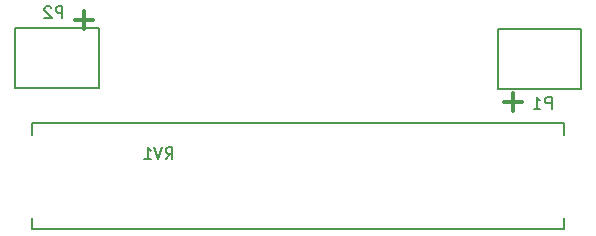
<source format=gbo>
G04 #@! TF.FileFunction,Legend,Bot*
%FSLAX46Y46*%
G04 Gerber Fmt 4.6, Leading zero omitted, Abs format (unit mm)*
G04 Created by KiCad (PCBNEW 4.0.7) date Tuesday, 26 September 2017 'PMt' 23:25:46*
%MOMM*%
%LPD*%
G01*
G04 APERTURE LIST*
%ADD10C,0.100000*%
%ADD11C,0.300000*%
%ADD12C,0.150000*%
G04 APERTURE END LIST*
D10*
D11*
X125938095Y-94342857D02*
X127461905Y-94342857D01*
X126700000Y-95104762D02*
X126700000Y-93580952D01*
X162288095Y-101292857D02*
X163811905Y-101292857D01*
X163050000Y-102054762D02*
X163050000Y-100530952D01*
D12*
X120900000Y-100060000D02*
X127970000Y-100060000D01*
X120900000Y-94980000D02*
X120900000Y-100060000D01*
X127970000Y-94980000D02*
X120900000Y-94980000D01*
X127970000Y-100060000D02*
X127970000Y-94980000D01*
X122350000Y-112050000D02*
X122350000Y-111050000D01*
X167350000Y-112050000D02*
X167350000Y-111050000D01*
X122350000Y-103050000D02*
X167350000Y-103050000D01*
X122350000Y-112050000D02*
X167350000Y-112050000D01*
X122350000Y-104050000D02*
X122350000Y-103050000D01*
X122350000Y-104050000D02*
X122350000Y-103050000D01*
X167350000Y-104050000D02*
X167350000Y-103050000D01*
X168850000Y-95040000D02*
X161780000Y-95040000D01*
X168850000Y-100120000D02*
X168850000Y-95040000D01*
X161780000Y-100120000D02*
X168850000Y-100120000D01*
X161780000Y-95040000D02*
X161780000Y-100120000D01*
X124898095Y-94162381D02*
X124898095Y-93162381D01*
X124517142Y-93162381D01*
X124421904Y-93210000D01*
X124374285Y-93257619D01*
X124326666Y-93352857D01*
X124326666Y-93495714D01*
X124374285Y-93590952D01*
X124421904Y-93638571D01*
X124517142Y-93686190D01*
X124898095Y-93686190D01*
X123945714Y-93257619D02*
X123898095Y-93210000D01*
X123802857Y-93162381D01*
X123564761Y-93162381D01*
X123469523Y-93210000D01*
X123421904Y-93257619D01*
X123374285Y-93352857D01*
X123374285Y-93448095D01*
X123421904Y-93590952D01*
X123993333Y-94162381D01*
X123374285Y-94162381D01*
X133645238Y-106102381D02*
X133978572Y-105626190D01*
X134216667Y-106102381D02*
X134216667Y-105102381D01*
X133835714Y-105102381D01*
X133740476Y-105150000D01*
X133692857Y-105197619D01*
X133645238Y-105292857D01*
X133645238Y-105435714D01*
X133692857Y-105530952D01*
X133740476Y-105578571D01*
X133835714Y-105626190D01*
X134216667Y-105626190D01*
X133359524Y-105102381D02*
X133026191Y-106102381D01*
X132692857Y-105102381D01*
X131835714Y-106102381D02*
X132407143Y-106102381D01*
X132121429Y-106102381D02*
X132121429Y-105102381D01*
X132216667Y-105245238D01*
X132311905Y-105340476D01*
X132407143Y-105388095D01*
X166328095Y-101842381D02*
X166328095Y-100842381D01*
X165947142Y-100842381D01*
X165851904Y-100890000D01*
X165804285Y-100937619D01*
X165756666Y-101032857D01*
X165756666Y-101175714D01*
X165804285Y-101270952D01*
X165851904Y-101318571D01*
X165947142Y-101366190D01*
X166328095Y-101366190D01*
X164804285Y-101842381D02*
X165375714Y-101842381D01*
X165090000Y-101842381D02*
X165090000Y-100842381D01*
X165185238Y-100985238D01*
X165280476Y-101080476D01*
X165375714Y-101128095D01*
M02*

</source>
